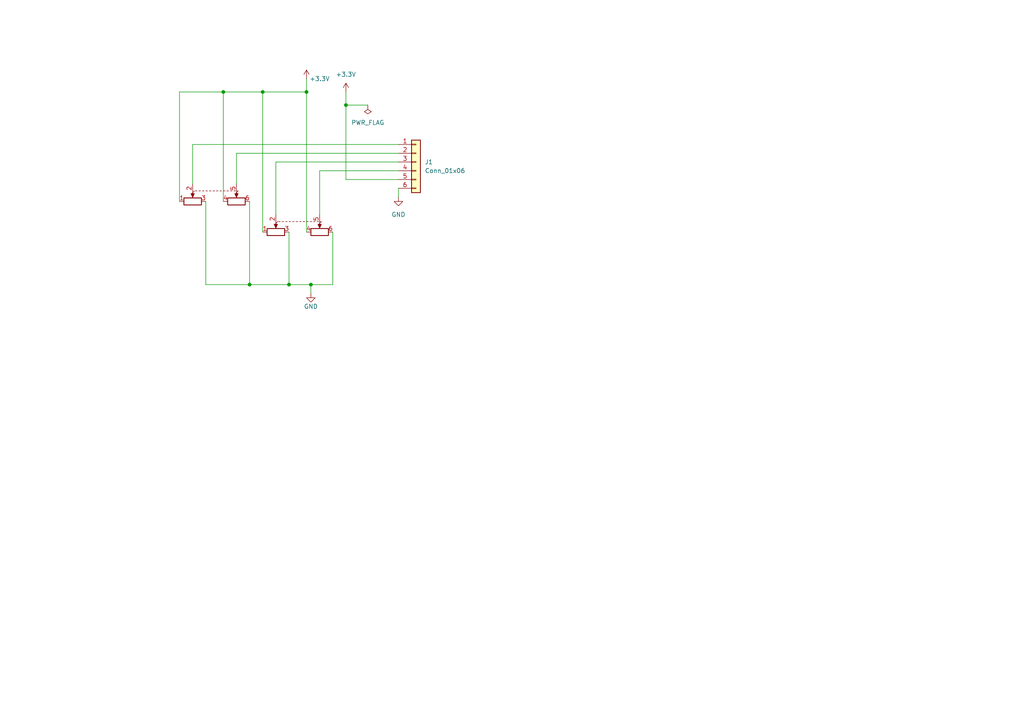
<source format=kicad_sch>
(kicad_sch (version 20230121) (generator eeschema)

  (uuid e63e39d7-6ac0-4ffd-8aa3-1841a4541b55)

  (paper "A4")

  (lib_symbols
    (symbol "Connector_Generic:Conn_01x06" (pin_names (offset 1.016) hide) (in_bom yes) (on_board yes)
      (property "Reference" "J" (at 0 7.62 0)
        (effects (font (size 1.27 1.27)))
      )
      (property "Value" "Conn_01x06" (at 0 -10.16 0)
        (effects (font (size 1.27 1.27)))
      )
      (property "Footprint" "" (at 0 0 0)
        (effects (font (size 1.27 1.27)) hide)
      )
      (property "Datasheet" "~" (at 0 0 0)
        (effects (font (size 1.27 1.27)) hide)
      )
      (property "ki_keywords" "connector" (at 0 0 0)
        (effects (font (size 1.27 1.27)) hide)
      )
      (property "ki_description" "Generic connector, single row, 01x06, script generated (kicad-library-utils/schlib/autogen/connector/)" (at 0 0 0)
        (effects (font (size 1.27 1.27)) hide)
      )
      (property "ki_fp_filters" "Connector*:*_1x??_*" (at 0 0 0)
        (effects (font (size 1.27 1.27)) hide)
      )
      (symbol "Conn_01x06_1_1"
        (rectangle (start -1.27 -7.493) (end 0 -7.747)
          (stroke (width 0.1524) (type default))
          (fill (type none))
        )
        (rectangle (start -1.27 -4.953) (end 0 -5.207)
          (stroke (width 0.1524) (type default))
          (fill (type none))
        )
        (rectangle (start -1.27 -2.413) (end 0 -2.667)
          (stroke (width 0.1524) (type default))
          (fill (type none))
        )
        (rectangle (start -1.27 0.127) (end 0 -0.127)
          (stroke (width 0.1524) (type default))
          (fill (type none))
        )
        (rectangle (start -1.27 2.667) (end 0 2.413)
          (stroke (width 0.1524) (type default))
          (fill (type none))
        )
        (rectangle (start -1.27 5.207) (end 0 4.953)
          (stroke (width 0.1524) (type default))
          (fill (type none))
        )
        (rectangle (start -1.27 6.35) (end 1.27 -8.89)
          (stroke (width 0.254) (type default))
          (fill (type background))
        )
        (pin passive line (at -5.08 5.08 0) (length 3.81)
          (name "Pin_1" (effects (font (size 1.27 1.27))))
          (number "1" (effects (font (size 1.27 1.27))))
        )
        (pin passive line (at -5.08 2.54 0) (length 3.81)
          (name "Pin_2" (effects (font (size 1.27 1.27))))
          (number "2" (effects (font (size 1.27 1.27))))
        )
        (pin passive line (at -5.08 0 0) (length 3.81)
          (name "Pin_3" (effects (font (size 1.27 1.27))))
          (number "3" (effects (font (size 1.27 1.27))))
        )
        (pin passive line (at -5.08 -2.54 0) (length 3.81)
          (name "Pin_4" (effects (font (size 1.27 1.27))))
          (number "4" (effects (font (size 1.27 1.27))))
        )
        (pin passive line (at -5.08 -5.08 0) (length 3.81)
          (name "Pin_5" (effects (font (size 1.27 1.27))))
          (number "5" (effects (font (size 1.27 1.27))))
        )
        (pin passive line (at -5.08 -7.62 0) (length 3.81)
          (name "Pin_6" (effects (font (size 1.27 1.27))))
          (number "6" (effects (font (size 1.27 1.27))))
        )
      )
    )
    (symbol "Device:R_Potentiometer_Dual" (pin_names (offset 1.016) hide) (in_bom yes) (on_board yes)
      (property "Reference" "RV" (at 0 3.81 0)
        (effects (font (size 1.27 1.27)))
      )
      (property "Value" "R_Potentiometer_Dual" (at 0 1.905 0)
        (effects (font (size 1.27 1.27)))
      )
      (property "Footprint" "" (at 6.35 -1.905 0)
        (effects (font (size 1.27 1.27)) hide)
      )
      (property "Datasheet" "~" (at 6.35 -1.905 0)
        (effects (font (size 1.27 1.27)) hide)
      )
      (property "ki_keywords" "resistor variable" (at 0 0 0)
        (effects (font (size 1.27 1.27)) hide)
      )
      (property "ki_description" "Dual potentiometer" (at 0 0 0)
        (effects (font (size 1.27 1.27)) hide)
      )
      (property "ki_fp_filters" "Potentiometer*" (at 0 0 0)
        (effects (font (size 1.27 1.27)) hide)
      )
      (symbol "R_Potentiometer_Dual_0_1"
        (rectangle (start -8.89 -1.524) (end -3.81 -3.556)
          (stroke (width 0.254) (type default))
          (fill (type none))
        )
        (polyline
          (pts
            (xy -6.35 0)
            (xy -6.35 -1.016)
          )
          (stroke (width 0) (type default))
          (fill (type none))
        )
        (polyline
          (pts
            (xy -6.35 0)
            (xy -6.35 -1.016)
          )
          (stroke (width 0) (type default))
          (fill (type none))
        )
        (polyline
          (pts
            (xy -6.35 0)
            (xy -5.842 0.508)
          )
          (stroke (width 0) (type default))
          (fill (type none))
        )
        (polyline
          (pts
            (xy -5.588 0.508)
            (xy -5.08 0.508)
          )
          (stroke (width 0) (type default))
          (fill (type none))
        )
        (polyline
          (pts
            (xy -4.572 0.508)
            (xy -4.064 0.508)
          )
          (stroke (width 0) (type default))
          (fill (type none))
        )
        (polyline
          (pts
            (xy -3.556 0.508)
            (xy -3.048 0.508)
          )
          (stroke (width 0) (type default))
          (fill (type none))
        )
        (polyline
          (pts
            (xy -2.54 0.508)
            (xy -2.032 0.508)
          )
          (stroke (width 0) (type default))
          (fill (type none))
        )
        (polyline
          (pts
            (xy -1.524 0.508)
            (xy -1.016 0.508)
          )
          (stroke (width 0) (type default))
          (fill (type none))
        )
        (polyline
          (pts
            (xy -0.508 0.508)
            (xy 0 0.508)
          )
          (stroke (width 0) (type default))
          (fill (type none))
        )
        (polyline
          (pts
            (xy 0.508 0.508)
            (xy 1.016 0.508)
          )
          (stroke (width 0) (type default))
          (fill (type none))
        )
        (polyline
          (pts
            (xy 1.524 0.508)
            (xy 2.032 0.508)
          )
          (stroke (width 0) (type default))
          (fill (type none))
        )
        (polyline
          (pts
            (xy 2.54 0.508)
            (xy 3.048 0.508)
          )
          (stroke (width 0) (type default))
          (fill (type none))
        )
        (polyline
          (pts
            (xy 3.556 0.508)
            (xy 4.064 0.508)
          )
          (stroke (width 0) (type default))
          (fill (type none))
        )
        (polyline
          (pts
            (xy 4.572 0.508)
            (xy 5.08 0.508)
          )
          (stroke (width 0) (type default))
          (fill (type none))
        )
        (polyline
          (pts
            (xy 5.588 0.508)
            (xy 6.096 0.508)
          )
          (stroke (width 0) (type default))
          (fill (type none))
        )
        (polyline
          (pts
            (xy 6.35 0)
            (xy 6.35 -1.016)
          )
          (stroke (width 0) (type default))
          (fill (type none))
        )
        (polyline
          (pts
            (xy 6.35 0)
            (xy 6.35 -1.016)
          )
          (stroke (width 0) (type default))
          (fill (type none))
        )
        (polyline
          (pts
            (xy 6.604 0.508)
            (xy 6.858 0.508)
            (xy 6.35 0)
          )
          (stroke (width 0) (type default))
          (fill (type none))
        )
        (polyline
          (pts
            (xy -6.35 -1.397)
            (xy -6.858 -0.254)
            (xy -5.842 -0.254)
            (xy -6.35 -1.397)
          )
          (stroke (width 0) (type default))
          (fill (type outline))
        )
        (polyline
          (pts
            (xy 6.35 -1.397)
            (xy 5.842 -0.254)
            (xy 6.858 -0.254)
            (xy 6.35 -1.397)
          )
          (stroke (width 0) (type default))
          (fill (type outline))
        )
        (rectangle (start 3.81 -1.524) (end 8.89 -3.556)
          (stroke (width 0.254) (type default))
          (fill (type none))
        )
      )
      (symbol "R_Potentiometer_Dual_1_1"
        (pin passive line (at -10.16 -2.54 0) (length 1.27)
          (name "1" (effects (font (size 1.27 1.27))))
          (number "1" (effects (font (size 1.27 1.27))))
        )
        (pin passive line (at -6.35 2.54 270) (length 2.54)
          (name "2" (effects (font (size 1.27 1.27))))
          (number "2" (effects (font (size 1.27 1.27))))
        )
        (pin passive line (at -2.54 -2.54 180) (length 1.27)
          (name "3" (effects (font (size 1.27 1.27))))
          (number "3" (effects (font (size 1.27 1.27))))
        )
        (pin passive line (at 2.54 -2.54 0) (length 1.27)
          (name "4" (effects (font (size 1.27 1.27))))
          (number "4" (effects (font (size 1.27 1.27))))
        )
        (pin passive line (at 6.35 2.54 270) (length 2.54)
          (name "5" (effects (font (size 1.27 1.27))))
          (number "5" (effects (font (size 1.27 1.27))))
        )
        (pin passive line (at 10.16 -2.54 180) (length 1.27)
          (name "6" (effects (font (size 1.27 1.27))))
          (number "6" (effects (font (size 1.27 1.27))))
        )
      )
    )
    (symbol "R_Potentiometer_Dual_1" (pin_names (offset 1.016) hide) (in_bom yes) (on_board yes)
      (property "Reference" "RV" (at 0 3.81 0)
        (effects (font (size 1.27 1.27)))
      )
      (property "Value" "R_Potentiometer_Dual" (at 0 1.905 0)
        (effects (font (size 1.27 1.27)))
      )
      (property "Footprint" "" (at 6.35 -1.905 0)
        (effects (font (size 1.27 1.27)) hide)
      )
      (property "Datasheet" "~" (at 6.35 -1.905 0)
        (effects (font (size 1.27 1.27)) hide)
      )
      (property "ki_keywords" "resistor variable" (at 0 0 0)
        (effects (font (size 1.27 1.27)) hide)
      )
      (property "ki_description" "Dual potentiometer" (at 0 0 0)
        (effects (font (size 1.27 1.27)) hide)
      )
      (property "ki_fp_filters" "Potentiometer*" (at 0 0 0)
        (effects (font (size 1.27 1.27)) hide)
      )
      (symbol "R_Potentiometer_Dual_1_0_1"
        (rectangle (start -8.89 -1.524) (end -3.81 -3.556)
          (stroke (width 0.254) (type default))
          (fill (type none))
        )
        (polyline
          (pts
            (xy -6.35 0)
            (xy -6.35 -1.016)
          )
          (stroke (width 0) (type default))
          (fill (type none))
        )
        (polyline
          (pts
            (xy -6.35 0)
            (xy -6.35 -1.016)
          )
          (stroke (width 0) (type default))
          (fill (type none))
        )
        (polyline
          (pts
            (xy -6.35 0)
            (xy -5.842 0.508)
          )
          (stroke (width 0) (type default))
          (fill (type none))
        )
        (polyline
          (pts
            (xy -5.588 0.508)
            (xy -5.08 0.508)
          )
          (stroke (width 0) (type default))
          (fill (type none))
        )
        (polyline
          (pts
            (xy -4.572 0.508)
            (xy -4.064 0.508)
          )
          (stroke (width 0) (type default))
          (fill (type none))
        )
        (polyline
          (pts
            (xy -3.556 0.508)
            (xy -3.048 0.508)
          )
          (stroke (width 0) (type default))
          (fill (type none))
        )
        (polyline
          (pts
            (xy -2.54 0.508)
            (xy -2.032 0.508)
          )
          (stroke (width 0) (type default))
          (fill (type none))
        )
        (polyline
          (pts
            (xy -1.524 0.508)
            (xy -1.016 0.508)
          )
          (stroke (width 0) (type default))
          (fill (type none))
        )
        (polyline
          (pts
            (xy -0.508 0.508)
            (xy 0 0.508)
          )
          (stroke (width 0) (type default))
          (fill (type none))
        )
        (polyline
          (pts
            (xy 0.508 0.508)
            (xy 1.016 0.508)
          )
          (stroke (width 0) (type default))
          (fill (type none))
        )
        (polyline
          (pts
            (xy 1.524 0.508)
            (xy 2.032 0.508)
          )
          (stroke (width 0) (type default))
          (fill (type none))
        )
        (polyline
          (pts
            (xy 2.54 0.508)
            (xy 3.048 0.508)
          )
          (stroke (width 0) (type default))
          (fill (type none))
        )
        (polyline
          (pts
            (xy 3.556 0.508)
            (xy 4.064 0.508)
          )
          (stroke (width 0) (type default))
          (fill (type none))
        )
        (polyline
          (pts
            (xy 4.572 0.508)
            (xy 5.08 0.508)
          )
          (stroke (width 0) (type default))
          (fill (type none))
        )
        (polyline
          (pts
            (xy 5.588 0.508)
            (xy 6.096 0.508)
          )
          (stroke (width 0) (type default))
          (fill (type none))
        )
        (polyline
          (pts
            (xy 6.35 0)
            (xy 6.35 -1.016)
          )
          (stroke (width 0) (type default))
          (fill (type none))
        )
        (polyline
          (pts
            (xy 6.35 0)
            (xy 6.35 -1.016)
          )
          (stroke (width 0) (type default))
          (fill (type none))
        )
        (polyline
          (pts
            (xy 6.604 0.508)
            (xy 6.858 0.508)
            (xy 6.35 0)
          )
          (stroke (width 0) (type default))
          (fill (type none))
        )
        (polyline
          (pts
            (xy -6.35 -1.397)
            (xy -6.858 -0.254)
            (xy -5.842 -0.254)
            (xy -6.35 -1.397)
          )
          (stroke (width 0) (type default))
          (fill (type outline))
        )
        (polyline
          (pts
            (xy 6.35 -1.397)
            (xy 5.842 -0.254)
            (xy 6.858 -0.254)
            (xy 6.35 -1.397)
          )
          (stroke (width 0) (type default))
          (fill (type outline))
        )
        (rectangle (start 3.81 -1.524) (end 8.89 -3.556)
          (stroke (width 0.254) (type default))
          (fill (type none))
        )
      )
      (symbol "R_Potentiometer_Dual_1_1_1"
        (pin passive line (at -10.16 -2.54 0) (length 1.27)
          (name "1" (effects (font (size 1.27 1.27))))
          (number "1" (effects (font (size 1.27 1.27))))
        )
        (pin passive line (at -6.35 2.54 270) (length 2.54)
          (name "2" (effects (font (size 1.27 1.27))))
          (number "2" (effects (font (size 1.27 1.27))))
        )
        (pin passive line (at -2.54 -2.54 180) (length 1.27)
          (name "3" (effects (font (size 1.27 1.27))))
          (number "3" (effects (font (size 1.27 1.27))))
        )
        (pin passive line (at 2.54 -2.54 0) (length 1.27)
          (name "4" (effects (font (size 1.27 1.27))))
          (number "4" (effects (font (size 1.27 1.27))))
        )
        (pin passive line (at 6.35 2.54 270) (length 2.54)
          (name "5" (effects (font (size 1.27 1.27))))
          (number "5" (effects (font (size 1.27 1.27))))
        )
        (pin passive line (at 10.16 -2.54 180) (length 1.27)
          (name "6" (effects (font (size 1.27 1.27))))
          (number "6" (effects (font (size 1.27 1.27))))
        )
      )
    )
    (symbol "power:+3.3V" (power) (pin_names (offset 0)) (in_bom yes) (on_board yes)
      (property "Reference" "#PWR" (at 0 -3.81 0)
        (effects (font (size 1.27 1.27)) hide)
      )
      (property "Value" "+3.3V" (at 0 3.556 0)
        (effects (font (size 1.27 1.27)))
      )
      (property "Footprint" "" (at 0 0 0)
        (effects (font (size 1.27 1.27)) hide)
      )
      (property "Datasheet" "" (at 0 0 0)
        (effects (font (size 1.27 1.27)) hide)
      )
      (property "ki_keywords" "global power" (at 0 0 0)
        (effects (font (size 1.27 1.27)) hide)
      )
      (property "ki_description" "Power symbol creates a global label with name \"+3.3V\"" (at 0 0 0)
        (effects (font (size 1.27 1.27)) hide)
      )
      (symbol "+3.3V_0_1"
        (polyline
          (pts
            (xy -0.762 1.27)
            (xy 0 2.54)
          )
          (stroke (width 0) (type default))
          (fill (type none))
        )
        (polyline
          (pts
            (xy 0 0)
            (xy 0 2.54)
          )
          (stroke (width 0) (type default))
          (fill (type none))
        )
        (polyline
          (pts
            (xy 0 2.54)
            (xy 0.762 1.27)
          )
          (stroke (width 0) (type default))
          (fill (type none))
        )
      )
      (symbol "+3.3V_1_1"
        (pin power_in line (at 0 0 90) (length 0) hide
          (name "+3.3V" (effects (font (size 1.27 1.27))))
          (number "1" (effects (font (size 1.27 1.27))))
        )
      )
    )
    (symbol "power:GND" (power) (pin_names (offset 0)) (in_bom yes) (on_board yes)
      (property "Reference" "#PWR" (at 0 -6.35 0)
        (effects (font (size 1.27 1.27)) hide)
      )
      (property "Value" "GND" (at 0 -3.81 0)
        (effects (font (size 1.27 1.27)))
      )
      (property "Footprint" "" (at 0 0 0)
        (effects (font (size 1.27 1.27)) hide)
      )
      (property "Datasheet" "" (at 0 0 0)
        (effects (font (size 1.27 1.27)) hide)
      )
      (property "ki_keywords" "global power" (at 0 0 0)
        (effects (font (size 1.27 1.27)) hide)
      )
      (property "ki_description" "Power symbol creates a global label with name \"GND\" , ground" (at 0 0 0)
        (effects (font (size 1.27 1.27)) hide)
      )
      (symbol "GND_0_1"
        (polyline
          (pts
            (xy 0 0)
            (xy 0 -1.27)
            (xy 1.27 -1.27)
            (xy 0 -2.54)
            (xy -1.27 -1.27)
            (xy 0 -1.27)
          )
          (stroke (width 0) (type default))
          (fill (type none))
        )
      )
      (symbol "GND_1_1"
        (pin power_in line (at 0 0 270) (length 0) hide
          (name "GND" (effects (font (size 1.27 1.27))))
          (number "1" (effects (font (size 1.27 1.27))))
        )
      )
    )
    (symbol "power:PWR_FLAG" (power) (pin_numbers hide) (pin_names (offset 0) hide) (in_bom yes) (on_board yes)
      (property "Reference" "#FLG" (at 0 1.905 0)
        (effects (font (size 1.27 1.27)) hide)
      )
      (property "Value" "PWR_FLAG" (at 0 3.81 0)
        (effects (font (size 1.27 1.27)))
      )
      (property "Footprint" "" (at 0 0 0)
        (effects (font (size 1.27 1.27)) hide)
      )
      (property "Datasheet" "~" (at 0 0 0)
        (effects (font (size 1.27 1.27)) hide)
      )
      (property "ki_keywords" "flag power" (at 0 0 0)
        (effects (font (size 1.27 1.27)) hide)
      )
      (property "ki_description" "Special symbol for telling ERC where power comes from" (at 0 0 0)
        (effects (font (size 1.27 1.27)) hide)
      )
      (symbol "PWR_FLAG_0_0"
        (pin power_out line (at 0 0 90) (length 0)
          (name "pwr" (effects (font (size 1.27 1.27))))
          (number "1" (effects (font (size 1.27 1.27))))
        )
      )
      (symbol "PWR_FLAG_0_1"
        (polyline
          (pts
            (xy 0 0)
            (xy 0 1.27)
            (xy -1.016 1.905)
            (xy 0 2.54)
            (xy 1.016 1.905)
            (xy 0 1.27)
          )
          (stroke (width 0) (type default))
          (fill (type none))
        )
      )
    )
  )

  (junction (at 90.17 82.55) (diameter 0) (color 0 0 0 0)
    (uuid 0c20fafe-ff90-4452-8d58-ad54816a0a79)
  )
  (junction (at 64.77 26.67) (diameter 0) (color 0 0 0 0)
    (uuid 406080d5-34cf-4fef-86bc-db790694333d)
  )
  (junction (at 72.39 82.55) (diameter 0) (color 0 0 0 0)
    (uuid 6e78769e-23ae-4323-93f5-c5edd083677b)
  )
  (junction (at 100.33 30.48) (diameter 0) (color 0 0 0 0)
    (uuid 8b24836e-7e7d-4aad-8280-70c624414041)
  )
  (junction (at 83.82 82.55) (diameter 0) (color 0 0 0 0)
    (uuid ae853842-d3d0-4f00-a2cb-e018ee28d2b3)
  )
  (junction (at 88.9 26.67) (diameter 0) (color 0 0 0 0)
    (uuid afef6113-927e-4e79-ae9f-5b57623fe9f1)
  )
  (junction (at 76.2 26.67) (diameter 0) (color 0 0 0 0)
    (uuid d1a91154-24a0-4df2-81bb-9e5ac59386c8)
  )

  (wire (pts (xy 100.33 52.07) (xy 115.57 52.07))
    (stroke (width 0) (type default))
    (uuid 00688a33-cdee-4002-9678-1fceea8cce2f)
  )
  (wire (pts (xy 55.88 41.91) (xy 55.88 53.34))
    (stroke (width 0) (type default))
    (uuid 0f80be09-d56a-4e07-9dde-6f9231b5712c)
  )
  (wire (pts (xy 68.58 44.45) (xy 68.58 53.34))
    (stroke (width 0) (type default))
    (uuid 23f36f4f-7542-4335-99b1-88e59366fa9f)
  )
  (wire (pts (xy 52.07 26.67) (xy 64.77 26.67))
    (stroke (width 0) (type default))
    (uuid 268e861e-062c-4aae-887c-75a681ec8fb1)
  )
  (wire (pts (xy 64.77 26.67) (xy 64.77 58.42))
    (stroke (width 0) (type default))
    (uuid 2699f092-9c6e-48b0-add8-b9e3e18fe0cf)
  )
  (wire (pts (xy 96.52 67.31) (xy 96.52 82.55))
    (stroke (width 0) (type default))
    (uuid 430e542a-f430-471d-b31a-5e49ace89947)
  )
  (wire (pts (xy 88.9 26.67) (xy 88.9 67.31))
    (stroke (width 0) (type default))
    (uuid 4d5a35e4-0e6a-44be-bbd9-b1231899224f)
  )
  (wire (pts (xy 64.77 26.67) (xy 76.2 26.67))
    (stroke (width 0) (type default))
    (uuid 54fe47c2-f5c4-4de6-8150-5e12892d17a5)
  )
  (wire (pts (xy 83.82 67.31) (xy 83.82 82.55))
    (stroke (width 0) (type default))
    (uuid 6d90c2ed-b05b-4abd-8199-a47a4ff02b82)
  )
  (wire (pts (xy 115.57 41.91) (xy 55.88 41.91))
    (stroke (width 0) (type default))
    (uuid 7b9f2d01-367f-450b-b9d3-a7a2ae481239)
  )
  (wire (pts (xy 100.33 30.48) (xy 100.33 52.07))
    (stroke (width 0) (type default))
    (uuid 801fa0ef-a733-4533-b00a-04be7ada0ed6)
  )
  (wire (pts (xy 92.71 49.53) (xy 115.57 49.53))
    (stroke (width 0) (type default))
    (uuid 9577efdc-e202-42f6-b8fa-90a4bdd284f1)
  )
  (wire (pts (xy 59.69 82.55) (xy 72.39 82.55))
    (stroke (width 0) (type default))
    (uuid 98dc52ed-bf2f-4a7e-97d7-71cd00fc36fb)
  )
  (wire (pts (xy 90.17 82.55) (xy 90.17 85.09))
    (stroke (width 0) (type default))
    (uuid a4b21198-370f-453a-9987-4757ac031dcc)
  )
  (wire (pts (xy 90.17 82.55) (xy 96.52 82.55))
    (stroke (width 0) (type default))
    (uuid a6e216d5-f457-43be-8ba9-eaa70256a837)
  )
  (wire (pts (xy 76.2 26.67) (xy 76.2 67.31))
    (stroke (width 0) (type default))
    (uuid b169c337-de84-4115-9f96-f2ee97e617aa)
  )
  (wire (pts (xy 72.39 82.55) (xy 83.82 82.55))
    (stroke (width 0) (type default))
    (uuid b5d11a5e-4cc2-477a-9b61-9ca10ebb2685)
  )
  (wire (pts (xy 115.57 54.61) (xy 115.57 57.15))
    (stroke (width 0) (type default))
    (uuid c977b436-6407-4ac6-9eef-37070f11ca81)
  )
  (wire (pts (xy 52.07 26.67) (xy 52.07 58.42))
    (stroke (width 0) (type default))
    (uuid d6a95d36-2a99-4ce2-9822-bcb246215957)
  )
  (wire (pts (xy 100.33 26.67) (xy 100.33 30.48))
    (stroke (width 0) (type default))
    (uuid dc0d9734-ddb4-4e86-b32b-407b23b84d68)
  )
  (wire (pts (xy 59.69 58.42) (xy 59.69 82.55))
    (stroke (width 0) (type default))
    (uuid dde96827-a6d6-464b-8bb0-4baeb2e7bf57)
  )
  (wire (pts (xy 92.71 49.53) (xy 92.71 62.23))
    (stroke (width 0) (type default))
    (uuid e362131a-88bf-414b-bb7e-d7044c1796ab)
  )
  (wire (pts (xy 115.57 44.45) (xy 68.58 44.45))
    (stroke (width 0) (type default))
    (uuid ebd1891e-0e13-4bef-b333-ec8ea9156dea)
  )
  (wire (pts (xy 80.01 46.99) (xy 80.01 62.23))
    (stroke (width 0) (type default))
    (uuid ed275226-4659-456f-8424-3dc2e8eb9a65)
  )
  (wire (pts (xy 80.01 46.99) (xy 115.57 46.99))
    (stroke (width 0) (type default))
    (uuid edb781b6-ea95-40ff-a903-4787bac3b5e0)
  )
  (wire (pts (xy 76.2 26.67) (xy 88.9 26.67))
    (stroke (width 0) (type default))
    (uuid f278893d-94d1-4b8d-a2bb-6a9d9eb34097)
  )
  (wire (pts (xy 83.82 82.55) (xy 90.17 82.55))
    (stroke (width 0) (type default))
    (uuid f613a00b-ac62-4b73-b709-4875ee7be259)
  )
  (wire (pts (xy 88.9 22.86) (xy 88.9 26.67))
    (stroke (width 0) (type default))
    (uuid f78dc01e-1a4d-40e3-8626-f415b47f3854)
  )
  (wire (pts (xy 100.33 30.48) (xy 106.68 30.48))
    (stroke (width 0) (type default))
    (uuid f956a7f1-8352-4d06-a0f2-ae8a90b9ce4c)
  )
  (wire (pts (xy 72.39 58.42) (xy 72.39 82.55))
    (stroke (width 0) (type default))
    (uuid f9a1ac19-9f8b-44d2-93d7-8b23901ae808)
  )

  (symbol (lib_id "power:+3.3V") (at 100.33 26.67 0) (mirror y) (unit 1)
    (in_bom yes) (on_board yes) (dnp no)
    (uuid 47030c2d-f209-4da7-b1f5-2ad51c4f54ac)
    (property "Reference" "#PWR06" (at 100.33 30.48 0)
      (effects (font (size 1.27 1.27)) hide)
    )
    (property "Value" "+3.3V" (at 100.33 21.59 0)
      (effects (font (size 1.27 1.27)))
    )
    (property "Footprint" "" (at 100.33 26.67 0)
      (effects (font (size 1.27 1.27)) hide)
    )
    (property "Datasheet" "" (at 100.33 26.67 0)
      (effects (font (size 1.27 1.27)) hide)
    )
    (pin "1" (uuid 3f013f15-7b41-491d-86fa-6354872affd1))
    (instances
      (project "pot_board"
        (path "/e63e39d7-6ac0-4ffd-8aa3-1841a4541b55"
          (reference "#PWR06") (unit 1)
        )
      )
    )
  )

  (symbol (lib_id "power:GND") (at 115.57 57.15 0) (unit 1)
    (in_bom yes) (on_board yes) (dnp no) (fields_autoplaced)
    (uuid 7626057b-1f09-4e57-ba12-a7cb3c1377bd)
    (property "Reference" "#PWR02" (at 115.57 63.5 0)
      (effects (font (size 1.27 1.27)) hide)
    )
    (property "Value" "GND" (at 115.57 62.23 0)
      (effects (font (size 1.27 1.27)))
    )
    (property "Footprint" "" (at 115.57 57.15 0)
      (effects (font (size 1.27 1.27)) hide)
    )
    (property "Datasheet" "" (at 115.57 57.15 0)
      (effects (font (size 1.27 1.27)) hide)
    )
    (pin "1" (uuid c853287e-6bdb-4096-96cd-9cf8ad6bb41d))
    (instances
      (project "pot_board"
        (path "/e63e39d7-6ac0-4ffd-8aa3-1841a4541b55"
          (reference "#PWR02") (unit 1)
        )
      )
    )
  )

  (symbol (lib_name "R_Potentiometer_Dual_1") (lib_id "Device:R_Potentiometer_Dual") (at 62.23 55.88 0) (unit 1)
    (in_bom yes) (on_board yes) (dnp no)
    (uuid a3ccbefa-de06-4596-a256-df1cc5727262)
    (property "Reference" "RV1" (at 60.96 60.96 90)
      (effects (font (size 1.27 1.27)) (justify right) hide)
    )
    (property "Value" "R_Potentiometer_Dual" (at 63.5 60.96 90)
      (effects (font (size 1.27 1.27)) (justify right) hide)
    )
    (property "Footprint" "CustomLibrary:Potentiometer_Alps_RK097_Dual_Horizontal" (at 68.58 57.785 0)
      (effects (font (size 1.27 1.27)) hide)
    )
    (property "Datasheet" "~" (at 68.58 57.785 0)
      (effects (font (size 1.27 1.27)) hide)
    )
    (pin "1" (uuid bd86f8fd-a415-4df8-a020-daecd0bc14a3))
    (pin "2" (uuid d05777d7-a135-4b12-a121-e8a489deba13))
    (pin "3" (uuid bab3373b-c3ea-4d78-b3fa-cfffc4d8a0db))
    (pin "4" (uuid 154219a5-9b82-4d90-b436-e13c0ed4bc39))
    (pin "5" (uuid 89b6278c-a736-47e6-bdef-3b01cdef8392))
    (pin "6" (uuid 295af48a-60e4-42f2-a140-fbe480841c6d))
    (instances
      (project "pot_board"
        (path "/e63e39d7-6ac0-4ffd-8aa3-1841a4541b55"
          (reference "RV1") (unit 1)
        )
      )
    )
  )

  (symbol (lib_id "power:GND") (at 90.17 85.09 0) (unit 1)
    (in_bom yes) (on_board yes) (dnp no)
    (uuid aa7e61cf-c3ff-44c2-9d22-7d5ad1235c67)
    (property "Reference" "#PWR03" (at 90.17 91.44 0)
      (effects (font (size 1.27 1.27)) hide)
    )
    (property "Value" "GND" (at 90.17 88.9 0)
      (effects (font (size 1.27 1.27)))
    )
    (property "Footprint" "" (at 90.17 85.09 0)
      (effects (font (size 1.27 1.27)) hide)
    )
    (property "Datasheet" "" (at 90.17 85.09 0)
      (effects (font (size 1.27 1.27)) hide)
    )
    (pin "1" (uuid cb8d0c09-5aef-47be-9a67-b37a3d073dc2))
    (instances
      (project "pot_board"
        (path "/e63e39d7-6ac0-4ffd-8aa3-1841a4541b55"
          (reference "#PWR03") (unit 1)
        )
      )
    )
  )

  (symbol (lib_id "Device:R_Potentiometer_Dual") (at 86.36 64.77 0) (unit 1)
    (in_bom yes) (on_board yes) (dnp no)
    (uuid b62a3f5e-f66a-47cb-aa99-d5e15bed61c3)
    (property "Reference" "RV2" (at 85.09 69.85 90)
      (effects (font (size 1.27 1.27)) (justify right) hide)
    )
    (property "Value" "R_Potentiometer_Dual" (at 87.63 69.85 90)
      (effects (font (size 1.27 1.27)) (justify right) hide)
    )
    (property "Footprint" "CustomLibrary:Potentiometer_Alps_RK097_Dual_Horizontal" (at 92.71 66.675 0)
      (effects (font (size 1.27 1.27)) hide)
    )
    (property "Datasheet" "~" (at 92.71 66.675 0)
      (effects (font (size 1.27 1.27)) hide)
    )
    (pin "1" (uuid b2e244cc-447c-44fe-a501-60074c5891a4))
    (pin "2" (uuid d58632ca-6074-4e19-bd90-97dc3d6d67cb))
    (pin "3" (uuid 0ce24e25-c923-4c62-9fb4-500c628b9bf9))
    (pin "4" (uuid a0b4d95c-cbdf-46fa-9076-89818586b021))
    (pin "5" (uuid 30907b6e-232c-48fd-824f-520d2e8f91c8))
    (pin "6" (uuid bb2c27f3-1c61-44e3-9573-e279f2067da0))
    (instances
      (project "pot_board"
        (path "/e63e39d7-6ac0-4ffd-8aa3-1841a4541b55"
          (reference "RV2") (unit 1)
        )
      )
    )
  )

  (symbol (lib_id "Connector_Generic:Conn_01x06") (at 120.65 46.99 0) (unit 1)
    (in_bom yes) (on_board yes) (dnp no) (fields_autoplaced)
    (uuid c7ea3543-9ac9-4363-b977-efdab6c4eb32)
    (property "Reference" "J1" (at 123.19 46.99 0)
      (effects (font (size 1.27 1.27)) (justify left))
    )
    (property "Value" "Conn_01x06" (at 123.19 49.53 0)
      (effects (font (size 1.27 1.27)) (justify left))
    )
    (property "Footprint" "Connector_JST:JST_XH_B6B-XH-A_1x06_P2.50mm_Vertical" (at 120.65 46.99 0)
      (effects (font (size 1.27 1.27)) hide)
    )
    (property "Datasheet" "~" (at 120.65 46.99 0)
      (effects (font (size 1.27 1.27)) hide)
    )
    (pin "1" (uuid f5e57d92-d9c8-4ffc-8f12-2797282a2620))
    (pin "2" (uuid d65b7a74-7da3-4b5b-9055-c82110ab8e11))
    (pin "3" (uuid 04745bdb-6a16-493a-a46d-16346a12d3a2))
    (pin "4" (uuid 7bcb53e7-52b4-48d0-aa0b-7ad255032764))
    (pin "5" (uuid 720de2a3-9c3d-4063-804d-99a8be51f945))
    (pin "6" (uuid 06c5d34c-0ec9-41c1-80bc-e846ffd5fe21))
    (instances
      (project "pot_board"
        (path "/e63e39d7-6ac0-4ffd-8aa3-1841a4541b55"
          (reference "J1") (unit 1)
        )
      )
    )
  )

  (symbol (lib_id "power:+3.3V") (at 88.9 22.86 0) (unit 1)
    (in_bom yes) (on_board yes) (dnp no)
    (uuid edf3771f-08e4-480c-bc9b-5c0785340023)
    (property "Reference" "#PWR01" (at 88.9 26.67 0)
      (effects (font (size 1.27 1.27)) hide)
    )
    (property "Value" "+3.3V" (at 92.71 22.86 0)
      (effects (font (size 1.27 1.27)))
    )
    (property "Footprint" "" (at 88.9 22.86 0)
      (effects (font (size 1.27 1.27)) hide)
    )
    (property "Datasheet" "" (at 88.9 22.86 0)
      (effects (font (size 1.27 1.27)) hide)
    )
    (pin "1" (uuid 689db460-6422-4488-bb0c-762eb672a40f))
    (instances
      (project "pot_board"
        (path "/e63e39d7-6ac0-4ffd-8aa3-1841a4541b55"
          (reference "#PWR01") (unit 1)
        )
      )
    )
  )

  (symbol (lib_id "power:PWR_FLAG") (at 106.68 30.48 0) (mirror x) (unit 1)
    (in_bom yes) (on_board yes) (dnp no)
    (uuid f6a3bf7f-bed9-46a9-9bda-2b58990eeb48)
    (property "Reference" "#FLG01" (at 106.68 32.385 0)
      (effects (font (size 1.27 1.27)) hide)
    )
    (property "Value" "PWR_FLAG" (at 106.68 35.56 0)
      (effects (font (size 1.27 1.27)))
    )
    (property "Footprint" "" (at 106.68 30.48 0)
      (effects (font (size 1.27 1.27)) hide)
    )
    (property "Datasheet" "~" (at 106.68 30.48 0)
      (effects (font (size 1.27 1.27)) hide)
    )
    (pin "1" (uuid 28f12bf7-8f32-42a9-9ef1-621b2db8d7a0))
    (instances
      (project "pot_board"
        (path "/e63e39d7-6ac0-4ffd-8aa3-1841a4541b55"
          (reference "#FLG01") (unit 1)
        )
      )
    )
  )

  (sheet_instances
    (path "/" (page "1"))
  )
)

</source>
